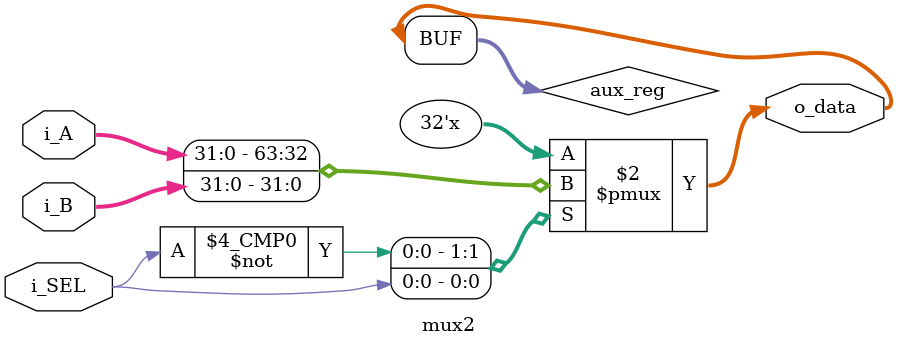
<source format=v>
`timescale 1ns / 1ps

module mux2#(
        parameter   SIZE = 32
    )
    (
        input           i_SEL,
        input  [SIZE-1:0] i_A,
        input  [SIZE-1:0] i_B,
        output [SIZE-1:0] o_data
    
    );
    
    reg [SIZE-1:0] aux_reg;
    
    always @ (*) begin
        case (i_SEL)
            1'b0 : aux_reg <= i_A;
            1'b1 : aux_reg <= i_B;
        endcase
    end
    
    assign o_data = aux_reg;

endmodule
</source>
